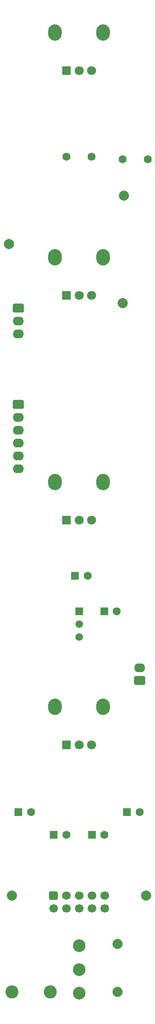
<source format=gts>
G04 #@! TF.GenerationSoftware,KiCad,Pcbnew,6.0.5+dfsg-1~bpo11+1*
G04 #@! TF.CreationDate,2022-07-21T18:59:06+00:00*
G04 #@! TF.ProjectId,sample_and_hold_board,73616d70-6c65-45f6-916e-645f686f6c64,0*
G04 #@! TF.SameCoordinates,Original*
G04 #@! TF.FileFunction,Soldermask,Top*
G04 #@! TF.FilePolarity,Negative*
%FSLAX46Y46*%
G04 Gerber Fmt 4.6, Leading zero omitted, Abs format (unit mm)*
G04 Created by KiCad (PCBNEW 6.0.5+dfsg-1~bpo11+1) date 2022-07-21 18:59:06*
%MOMM*%
%LPD*%
G01*
G04 APERTURE LIST*
%ADD10O,2.720000X3.240000*%
%ADD11R,1.800000X1.800000*%
%ADD12C,1.800000*%
%ADD13C,2.500000*%
%ADD14R,1.600000X1.600000*%
%ADD15C,1.600000*%
%ADD16C,2.000000*%
%ADD17O,2.190000X1.740000*%
%ADD18C,2.600000*%
%ADD19C,1.700000*%
%ADD20R,1.500000X1.500000*%
%ADD21C,1.500000*%
G04 APERTURE END LIST*
D10*
X108940000Y-172215000D03*
X99340000Y-172215000D03*
D11*
X101640000Y-179715000D03*
D12*
X104140000Y-179715000D03*
X106640000Y-179715000D03*
D13*
X104140000Y-228865000D03*
X104140000Y-224165000D03*
X104140000Y-219465000D03*
D10*
X108940000Y-83315000D03*
X99340000Y-83315000D03*
D11*
X101640000Y-90815000D03*
D12*
X104140000Y-90815000D03*
X106640000Y-90815000D03*
D10*
X99340000Y-127765000D03*
X108940000Y-127765000D03*
D11*
X101640000Y-135265000D03*
D12*
X104140000Y-135265000D03*
X106640000Y-135265000D03*
D10*
X108940000Y-38865000D03*
X99340000Y-38865000D03*
D11*
X101640000Y-46365000D03*
D12*
X104140000Y-46365000D03*
X106640000Y-46365000D03*
D14*
X113665000Y-193050000D03*
D15*
X116165000Y-193050000D03*
X101640000Y-63383000D03*
X106640000Y-63383000D03*
D14*
X103359621Y-146314000D03*
D15*
X105859621Y-146314000D03*
D14*
X99100000Y-197495000D03*
D15*
X101600000Y-197495000D03*
D16*
X117475000Y-209560000D03*
D14*
X109154000Y-153299000D03*
D15*
X111654000Y-153299000D03*
G36*
G01*
X117050000Y-167885000D02*
X115360000Y-167885000D01*
G75*
G02*
X115110000Y-167635000I0J250000D01*
G01*
X115110000Y-166395000D01*
G75*
G02*
X115360000Y-166145000I250000J0D01*
G01*
X117050000Y-166145000D01*
G75*
G02*
X117300000Y-166395000I0J-250000D01*
G01*
X117300000Y-167635000D01*
G75*
G02*
X117050000Y-167885000I-250000J0D01*
G01*
G37*
D17*
X116205000Y-164475000D03*
D18*
X90805000Y-228610000D03*
X98425000Y-228610000D03*
G36*
G01*
X91230000Y-111535000D02*
X92920000Y-111535000D01*
G75*
G02*
X93170000Y-111785000I0J-250000D01*
G01*
X93170000Y-113025000D01*
G75*
G02*
X92920000Y-113275000I-250000J0D01*
G01*
X91230000Y-113275000D01*
G75*
G02*
X90980000Y-113025000I0J250000D01*
G01*
X90980000Y-111785000D01*
G75*
G02*
X91230000Y-111535000I250000J0D01*
G01*
G37*
D17*
X92075000Y-114945000D03*
X92075000Y-117485000D03*
X92075000Y-120025000D03*
X92075000Y-122565000D03*
X92075000Y-125105000D03*
G36*
G01*
X91250000Y-92485000D02*
X92940000Y-92485000D01*
G75*
G02*
X93190000Y-92735000I0J-250000D01*
G01*
X93190000Y-93975000D01*
G75*
G02*
X92940000Y-94225000I-250000J0D01*
G01*
X91250000Y-94225000D01*
G75*
G02*
X91000000Y-93975000I0J250000D01*
G01*
X91000000Y-92735000D01*
G75*
G02*
X91250000Y-92485000I250000J0D01*
G01*
G37*
X92095000Y-95895000D03*
X92095000Y-98435000D03*
D16*
X112776000Y-92339000D03*
D14*
X106680000Y-197495000D03*
D15*
X109180000Y-197495000D03*
D16*
X90170000Y-80655000D03*
X111760000Y-219085000D03*
X90805000Y-209560000D03*
D14*
X92115000Y-193050000D03*
D15*
X94615000Y-193050000D03*
D16*
X111760000Y-228610000D03*
G36*
G01*
X98460000Y-208710000D02*
X99660000Y-208710000D01*
G75*
G02*
X99910000Y-208960000I0J-250000D01*
G01*
X99910000Y-210160000D01*
G75*
G02*
X99660000Y-210410000I-250000J0D01*
G01*
X98460000Y-210410000D01*
G75*
G02*
X98210000Y-210160000I0J250000D01*
G01*
X98210000Y-208960000D01*
G75*
G02*
X98460000Y-208710000I250000J0D01*
G01*
G37*
D19*
X99060000Y-212100000D03*
X101600000Y-209560000D03*
X101600000Y-212100000D03*
X104140000Y-209560000D03*
X104140000Y-212100000D03*
X106680000Y-209560000D03*
X106680000Y-212100000D03*
X109220000Y-209560000D03*
X109220000Y-212100000D03*
D15*
X112776000Y-63891000D03*
X117776000Y-63891000D03*
D20*
X104140000Y-153299000D03*
D21*
X104140000Y-155839000D03*
X104140000Y-158379000D03*
D16*
X113030000Y-71130000D03*
M02*

</source>
